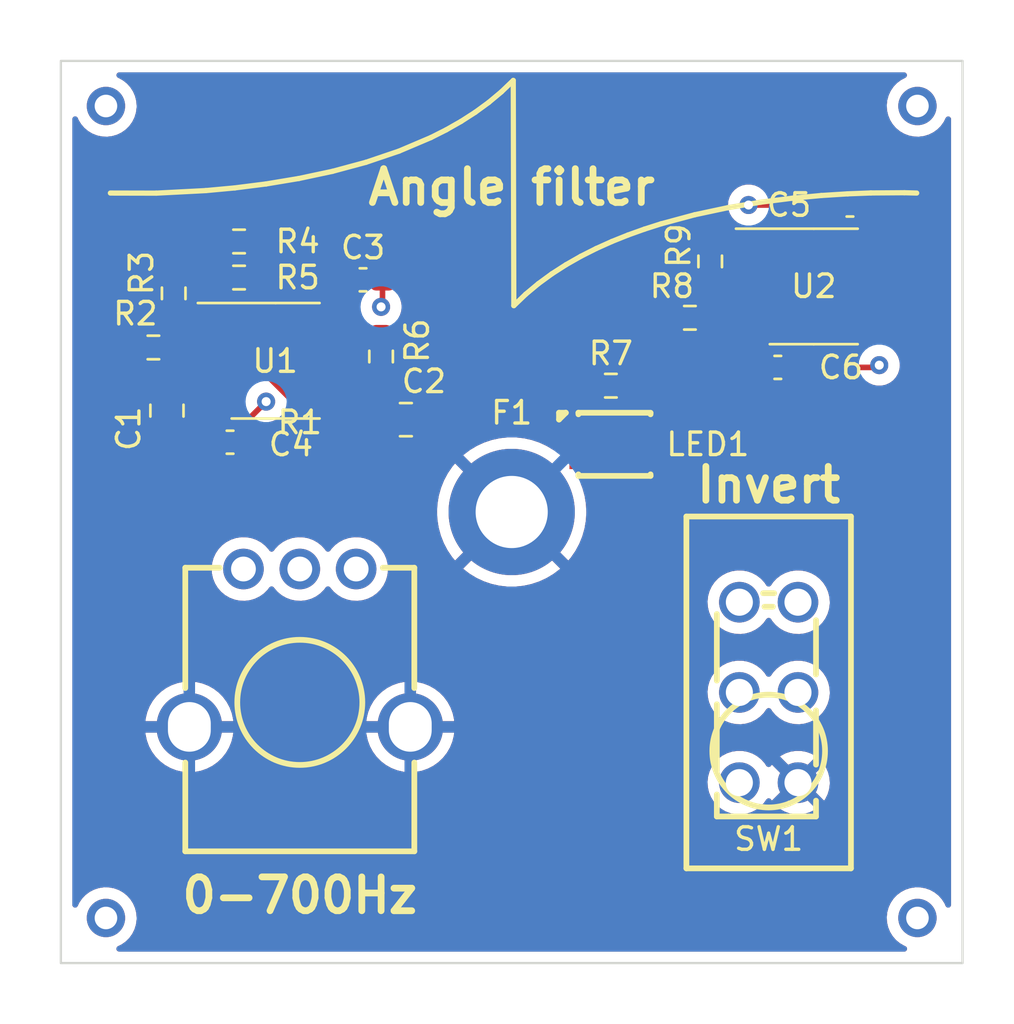
<source format=kicad_pcb>
(kicad_pcb (version 20211014) (generator pcbnew)
  (layers (0 "F.Cu" signal) (1 "In1.Cu" signal) (2 "In2.Cu" signal) (31 "B.Cu" signal) (34 "B.Paste" user) (35 "F.Paste" user) (36 "B.SilkS" user "B.Silkscreen") (37 "F.SilkS" user "F.Silkscreen") (38 "B.Mask" user) (39 "F.Mask" user) (44 "Edge.Cuts" user))
  (net 0 "")
  (net 1 "Net-(C1-Pad1)")
  (net 2 "GND")
  (net 3 "Net-(C2-Pad1)")
  (net 4 "IN")
  (net 5 "OUT")
  (net 6 "+5V")
  (net 7 "-5V")
  (net 8 "Net-(R2-Pad2)")
  (net 9 "Net-(R3-Pad2)")
  (net 10 "Net-(R4-Pad2)")
  (net 11 "AP_OUT")
  (net 12 "Net-(R7-Pad1)")
  (net 13 "Net-(LED1-Pad1)")
  (net 14 "INV_IN")
  (net 15 "Net-(R8-Pad2)")
  (net 22 "Net-(U1-Pad8)")
  (net 23 "Net-(U1-Pad4)")
  (net 24 "Net-(U2-Pad8)")
  (net 25 "Net-(U2-Pad4)")
  (footprint "Capacitor_SMD:C_0603_1608Metric_Pad1.08x0.95mm_HandSolder" (layer "F.Cu") (at 127.406 62.99 180)
    (fp_text reference "C5" (at 2.7 0) (layer "F.SilkS"))
    (fp_text value "0.1u")
    (fp_line (start -0.146267 0.51) (end 0.146267 0.51) (layer "F.SilkS") (width 0.12))
    (fp_line (start -0.146267 -0.51) (end 0.146267 -0.51) (layer "F.SilkS") (width 0.12))
    (pad "1" smd roundrect locked (at -0.8625 0 180) (size 1.075 0.95) (layers "F.Cu" "F.Paste" "F.Mask") (net 24 "Net-(U2-Pad8)"))
    (pad "2" smd roundrect locked (at 0.8625 0 180) (size 1.075 0.95) (layers "F.Cu" "F.Paste" "F.Mask") (net 6 "+5V"))
  )
  (footprint "Package_SO:SOIC-8_3.9x4.9mm_P1.27mm" (layer "F.Cu") (at 101.927 69.895)
    (fp_text reference "U1" (at -0.021 0.011) (layer "F.SilkS"))
    (fp_text value "LM833")
    (fp_line (start 0 -2.56) (end 1.95 -2.56) (layer "F.SilkS") (width 0.12))
    (fp_line (start 0 2.56) (end 1.95 2.56) (layer "F.SilkS") (width 0.12))
    (fp_line (start 0 -2.56) (end -3.45 -2.56) (layer "F.SilkS") (width 0.12))
    (fp_line (start 0 2.56) (end -1.95 2.56) (layer "F.SilkS") (width 0.12))
    (pad "1" smd roundrect locked (at -2.475 -1.905) (size 1.95 0.6) (layers "F.Cu" "F.Paste" "F.Mask") (net 9 "Net-(R3-Pad2)"))
    (pad "2" smd roundrect locked (at -2.475 -0.635) (size 1.95 0.6) (layers "F.Cu" "F.Paste" "F.Mask") (net 8 "Net-(R2-Pad2)"))
    (pad "3" smd roundrect locked (at -2.475 0.635) (size 1.95 0.6) (layers "F.Cu" "F.Paste" "F.Mask") (net 1 "Net-(C1-Pad1)"))
    (pad "4" smd roundrect locked (at -2.475 1.905) (size 1.95 0.6) (layers "F.Cu" "F.Paste" "F.Mask") (net 23 "Net-(U1-Pad4)"))
    (pad "5" smd roundrect locked (at 2.475 1.905) (size 1.95 0.6) (layers "F.Cu" "F.Paste" "F.Mask") (net 3 "Net-(C2-Pad1)"))
    (pad "6" smd roundrect locked (at 2.475 0.635) (size 1.95 0.6) (layers "F.Cu" "F.Paste" "F.Mask") (net 10 "Net-(R4-Pad2)"))
    (pad "7" smd roundrect locked (at 2.475 -0.635) (size 1.95 0.6) (layers "F.Cu" "F.Paste" "F.Mask") (net 11 "AP_OUT"))
    (pad "8" smd roundrect locked (at 2.475 -1.905) (size 1.95 0.6) (layers "F.Cu" "F.Paste" "F.Mask") (net 22 "Net-(U1-Pad8)"))
  )
  (footprint "LCSC:SW-TH_SS-22F24AT10" (layer "F.Cu") (at 123.8 84.6 90)
    (fp_text reference "SW1" (at -6.5 0) (layer "F.SilkS"))
    (fp_text value "INVERT")
    (fp_line (start -5.500014 -2.299995) (end -4.525721 -2.299995) (layer "F.SilkS") (width 0.254))
    (fp_line (start 4.399991 -0.242113) (end 4.399991 0.242113) (layer "F.SilkS") (width 0.254))
    (fp_line (start -7.80001 -3.650005) (end 7.80001 -3.650005) (layer "F.SilkS") (width 0.254))
    (fp_line (start 3.201365 2.099996) (end 0.798627 2.099996) (layer "F.SilkS") (width 0.254))
    (fp_line (start -4.798619 2.099996) (end -5.500014 2.099996) (layer "F.SilkS") (width 0.254))
    (fp_line (start -7.80001 -3.650005) (end -7.80001 3.650005) (layer "F.SilkS") (width 0.254))
    (fp_line (start -5.500014 2.099996) (end -5.500014 -2.299995) (layer "F.SilkS") (width 0.254))
    (fp_line (start 7.80001 -3.650005) (end 7.80001 3.650005) (layer "F.SilkS") (width 0.254))
    (fp_line (start -7.80001 3.650005) (end 7.80001 3.650005) (layer "F.SilkS") (width 0.254))
    (fp_line (start -0.798627 2.099996) (end -3.201365 2.099996) (layer "F.SilkS") (width 0.254))
    (fp_line (start 0.525729 -2.299995) (end 3.474263 -2.299995) (layer "F.SilkS") (width 0.254))
    (fp_line (start 3.799992 -0.186715) (end 3.799992 0.186715) (layer "F.SilkS") (width 0.254))
    (fp_line (start -3.474263 -2.299995) (end -0.525729 -2.299995) (layer "F.SilkS") (width 0.254))
    (fp_circle (center -2.599944 0) (end -2.599944 2.500122) (layer "F.SilkS") (width 0.254) (fill none))
    (pad "1" thru_hole circle (at -3.999992 -1.299972 90) (size 1.799996 1.799996) (drill 1.199998) (layers *.Cu *.Mask) (net 14 "INV_IN"))
    (pad "2" thru_hole circle (at 0 -1.299972 90) (size 1.799996 1.799996) (drill 1.199998) (layers *.Cu *.Mask) (net 11 "AP_OUT"))
    (pad "3" thru_hole circle (at 3.999992 -1.299972 90) (size 1.799996 1.799996) (drill 1.199998) (layers *.Cu *.Mask) (net 5 "OUT"))
    (pad "4" thru_hole circle (at -3.999992 1.299972 90) (size 1.799996 1.799996) (drill 1.199998) (layers *.Cu *.Mask) (net 2 "GND"))
    (pad "5" thru_hole circle (at 0 1.299972 90) (size 1.799996 1.799996) (drill 1.199998) (layers *.Cu *.Mask) (net 12 "Net-(R7-Pad1)"))
    (pad "6" thru_hole circle (at 3.999992 1.299972 90) (size 1.799996 1.799996) (drill 1.199998) (layers *.Cu *.Mask))
  )
  (footprint "Package_SO:SOIC-8_3.9x4.9mm_P1.27mm" (layer "F.Cu") (at 125.8 66.6)
    (fp_text reference "U2" (at 0 -0.01) (layer "F.SilkS"))
    (fp_text value "LM833")
    (fp_line (start 0 -2.56) (end -3.45 -2.56) (layer "F.SilkS") (width 0.12))
    (fp_line (start 0 2.56) (end -1.95 2.56) (layer "F.SilkS") (width 0.12))
    (fp_line (start 0 2.56) (end 1.95 2.56) (layer "F.SilkS") (width 0.12))
    (fp_line (start 0 -2.56) (end 1.95 -2.56) (layer "F.SilkS") (width 0.12))
    (pad "1" smd roundrect locked (at -2.475 -1.905) (size 1.95 0.6) (layers "F.Cu" "F.Paste" "F.Mask") (net 5 "OUT"))
    (pad "2" smd roundrect locked (at -2.475 -0.635) (size 1.95 0.6) (layers "F.Cu" "F.Paste" "F.Mask") (net 15 "Net-(R8-Pad2)"))
    (pad "3" smd roundrect locked (at -2.475 0.635) (size 1.95 0.6) (layers "F.Cu" "F.Paste" "F.Mask") (net 2 "GND"))
    (pad "4" smd roundrect locked (at -2.475 1.905) (size 1.95 0.6) (layers "F.Cu" "F.Paste" "F.Mask") (net 25 "Net-(U2-Pad4)"))
    (pad "5" smd roundrect locked (at 2.475 1.905) (size 1.95 0.6) (layers "F.Cu" "F.Paste" "F.Mask"))
    (pad "6" smd roundrect locked (at 2.475 0.635) (size 1.95 0.6) (layers "F.Cu" "F.Paste" "F.Mask"))
    (pad "7" smd roundrect locked (at 2.475 -0.635) (size 1.95 0.6) (layers "F.Cu" "F.Paste" "F.Mask"))
    (pad "8" smd roundrect locked (at 2.475 -1.905) (size 1.95 0.6) (layers "F.Cu" "F.Paste" "F.Mask") (net 24 "Net-(U2-Pad8)"))
  )
  (footprint "Resistor_SMD:R_0603_1608Metric_Pad0.98x0.95mm_HandSolder" (layer "F.Cu") (at 106.606 69.706 90)
    (fp_text reference "R6" (at 0.7 1.6 90) (layer "F.SilkS"))
    (fp_text value "100")
    (fp_line (start -0.254724 -0.5225) (end 0.254724 -0.5225) (layer "F.SilkS") (width 0.12))
    (fp_line (start -0.254724 0.5225) (end 0.254724 0.5225) (layer "F.SilkS") (width 0.12))
    (pad "1" smd roundrect locked (at -0.9125 0 90) (size 0.975 0.95) (layers "F.Cu" "F.Paste" "F.Mask") (net 10 "Net-(R4-Pad2)"))
    (pad "2" smd roundrect locked (at 0.9125 0 90) (size 0.975 0.95) (layers "F.Cu" "F.Paste" "F.Mask") (net 11 "AP_OUT"))
  )
  (footprint "Capacitor_SMD:C_0805_2012Metric_Pad1.18x1.45mm_HandSolder" (layer "F.Cu") (at 107.706 72.506)
    (fp_text reference "C2" (at 0.8 -1.7) (layer "F.SilkS"))
    (fp_text value "4.7u")
    (fp_line (start -0.261252 0.735) (end 0.261252 0.735) (layer "F.SilkS") (width 0.12))
    (fp_line (start -0.261252 -0.735) (end 0.261252 -0.735) (layer "F.SilkS") (width 0.12))
    (pad "1" smd roundrect locked (at -1.0375 0) (size 1.175 1.45) (layers "F.Cu" "F.Paste" "F.Mask") (roundrect_rratio 0.212766) (net 3 "Net-(C2-Pad1)"))
    (pad "2" smd roundrect locked (at 1.0375 0) (size 1.175 1.45) (layers "F.Cu" "F.Paste" "F.Mask") (roundrect_rratio 0.212766) (net 2 "GND"))
  )
  (footprint "LCSC:LED-SMD_L3.5-W2.8-R-FD_TJ-S2835UG5W8TLC2R-A5" (layer "F.Cu") (at 117.2 73.6)
    (fp_text reference "LED1" (at 3.89999 0.000008) (layer "F.SilkS"))
    (fp_text value "INVERT_INDICATOR")
    (fp_line (start 1.359992 1.399997) (end 1.359992 1.331036) (layer "F.SilkS") (width 0.254))
    (fp_line (start 1.359992 -1.399997) (end -1.840001 -1.399997) (layer "F.SilkS") (width 0.254))
    (fp_line (start 1.359992 -1.331239) (end 1.359992 -1.38999) (layer "F.SilkS") (width 0.254))
    (fp_line (start -2.399995 -1.399997) (end -2.400021 -1.399997) (layer "F.SilkS") (width 0.254))
    (fp_line (start -2.399995 -1.399997) (end -2.70002 -1.399997) (layer "F.SilkS") (width 0.254))
    (fp_line (start -2.400021 -1.399997) (end -2.699995 -1.100023) (layer "F.SilkS") (width 0.254))
    (fp_line (start -2.70002 -1.399997) (end -2.70002 -1.100023) (layer "F.SilkS") (width 0.254))
    (fp_line (start -1.840001 1.399997) (end 1.359992 1.399997) (layer "F.SilkS") (width 0.254))
    (fp_line (start -1.840001 -1.399997) (end -1.840001 -1.331239) (layer "F.SilkS") (width 0.254))
    (fp_line (start -1.840001 1.331036) (end -1.840001 1.399997) (layer "F.SilkS") (width 0.254))
    (pad "1" smd rect (at 1.137539 0 180) (size 1.25001 2.199996) (layers "F.Cu" "F.Paste" "F.Mask") (net 13 "Net-(LED1-Pad1)"))
    (pad "2" smd rect (at -1.137539 0 180) (size 2.199996 2.199996) (layers "F.Cu" "F.Paste" "F.Mask"))
  )
  (footprint "Capacitor_SMD:C_0603_1608Metric_Pad1.08x0.95mm_HandSolder" (layer "F.Cu") (at 99.906 73.506)
    (fp_text reference "C4" (at 2.7 0.1) (layer "F.SilkS"))
    (fp_text value "0.1u")
    (fp_line (start -0.146267 -0.51) (end 0.146267 -0.51) (layer "F.SilkS") (width 0.12))
    (fp_line (start -0.146267 0.51) (end 0.146267 0.51) (layer "F.SilkS") (width 0.12))
    (pad "1" smd roundrect locked (at -0.8625 0) (size 1.075 0.95) (layers "F.Cu" "F.Paste" "F.Mask") (net 23 "Net-(U1-Pad4)"))
    (pad "2" smd roundrect locked (at 0.8625 0) (size 1.075 0.95) (layers "F.Cu" "F.Paste" "F.Mask") (net 7 "-5V"))
  )
  (footprint "Capacitor_SMD:C_0805_2012Metric_Pad1.18x1.45mm_HandSolder" (layer "F.Cu") (at 97.106 72.106 -90)
    (fp_text reference "C1" (at 0.8 1.7 90) (layer "F.SilkS"))
    (fp_text value "4.7u")
    (fp_line (start -0.261252 -0.735) (end 0.261252 -0.735) (layer "F.SilkS") (width 0.12))
    (fp_line (start -0.261252 0.735) (end 0.261252 0.735) (layer "F.SilkS") (width 0.12))
    (pad "1" smd roundrect locked (at -1.0375 0 270) (size 1.175 1.45) (layers "F.Cu" "F.Paste" "F.Mask") (roundrect_rratio 0.212766) (net 1 "Net-(C1-Pad1)"))
    (pad "2" smd roundrect locked (at 1.0375 0 270) (size 1.175 1.45) (layers "F.Cu" "F.Paste" "F.Mask") (roundrect_rratio 0.212766) (net 2 "GND"))
  )
  (footprint "Resistor_SMD:R_0603_1608Metric_Pad0.98x0.95mm_HandSolder" (layer "F.Cu") (at 100.306 64.606)
    (fp_text reference "R4" (at 2.6 0) (layer "F.SilkS"))
    (fp_text value "100")
    (fp_line (start -0.254724 -0.5225) (end 0.254724 -0.5225) (layer "F.SilkS") (width 0.12))
    (fp_line (start -0.254724 0.5225) (end 0.254724 0.5225) (layer "F.SilkS") (width 0.12))
    (pad "1" smd roundrect locked (at -0.9125 0) (size 0.975 0.95) (layers "F.Cu" "F.Paste" "F.Mask") (net 9 "Net-(R3-Pad2)"))
    (pad "2" smd roundrect locked (at 0.9125 0) (size 0.975 0.95) (layers "F.Cu" "F.Paste" "F.Mask") (net 10 "Net-(R4-Pad2)"))
  )
  (footprint "Resistor_SMD:R_0603_1608Metric_Pad0.98x0.95mm_HandSolder" (layer "F.Cu") (at 116.8 71)
    (fp_text reference "R7" (at 0 -1.43) (layer "F.SilkS"))
    (fp_text value "220")
    (fp_line (start -0.254724 -0.5225) (end 0.254724 -0.5225) (layer "F.SilkS") (width 0.12))
    (fp_line (start -0.254724 0.5225) (end 0.254724 0.5225) (layer "F.SilkS") (width 0.12))
    (pad "1" smd roundrect locked (at -0.9125 0) (size 0.975 0.95) (layers "F.Cu" "F.Paste" "F.Mask") (net 12 "Net-(R7-Pad1)"))
    (pad "2" smd roundrect locked (at 0.9125 0) (size 0.975 0.95) (layers "F.Cu" "F.Paste" "F.Mask") (net 13 "Net-(LED1-Pad1)"))
  )
  (footprint "Capacitor_SMD:C_0603_1608Metric_Pad1.08x0.95mm_HandSolder" (layer "F.Cu") (at 105.806 66.306)
    (fp_text reference "C3" (at 0 -1.43) (layer "F.SilkS"))
    (fp_text value "0.1u")
    (fp_line (start -0.146267 -0.51) (end 0.146267 -0.51) (layer "F.SilkS") (width 0.12))
    (fp_line (start -0.146267 0.51) (end 0.146267 0.51) (layer "F.SilkS") (width 0.12))
    (pad "1" smd roundrect locked (at -0.8625 0) (size 1.075 0.95) (layers "F.Cu" "F.Paste" "F.Mask") (net 22 "Net-(U1-Pad8)"))
    (pad "2" smd roundrect locked (at 0.8625 0) (size 1.075 0.95) (layers "F.Cu" "F.Paste" "F.Mask") (net 6 "+5V"))
  )
  (footprint "Resistor_SMD:R_0603_1608Metric_Pad0.98x0.95mm_HandSolder" (layer "F.Cu") (at 97.406 66.906 90)
    (fp_text reference "R3" (at 0.9 -1.43 90) (layer "F.SilkS"))
    (fp_text value "100")
    (fp_line (start -0.254724 0.5225) (end 0.254724 0.5225) (layer "F.SilkS") (width 0.12))
    (fp_line (start -0.254724 -0.5225) (end 0.254724 -0.5225) (layer "F.SilkS") (width 0.12))
    (pad "1" smd roundrect locked (at -0.9125 0 90) (size 0.975 0.95) (layers "F.Cu" "F.Paste" "F.Mask") (net 8 "Net-(R2-Pad2)"))
    (pad "2" smd roundrect locked (at 0.9125 0 90) (size 0.975 0.95) (layers "F.Cu" "F.Paste" "F.Mask") (net 9 "Net-(R3-Pad2)"))
  )
  (footprint "LCSC:RES-ADJ-TH_RK09K1130AJ3" (layer "F.Cu") (at 103 82.627996 180)
    (fp_text reference "R1" (at 0 10) (layer "F.SilkS"))
    (fp_text value "5k")
    (fp_line (start -5.080127 -9.017) (end 5.079873 -9.017) (layer "F.SilkS") (width 0.254))
    (fp_line (start 3.555873 3.556) (end 5.079873 3.556) (layer "F.SilkS") (width 0.254))
    (fp_line (start -5.080127 -1.778) (end -5.080127 3.556) (layer "F.SilkS") (width 0.254))
    (fp_line (start -5.080127 3.556) (end -3.683127 3.556) (layer "F.SilkS") (width 0.254))
    (fp_line (start 5.079873 -9.017) (end 5.079873 -5.08) (layer "F.SilkS") (width 0.254))
    (fp_line (start -5.080127 -5.08) (end -5.080127 -9.017) (layer "F.SilkS") (width 0.254))
    (fp_line (start 5.079873 3.556) (end 5.079873 -1.778) (layer "F.SilkS") (width 0.254))
    (fp_circle (center 0 -2.413127) (end 0 0.360553) (layer "F.SilkS") (width 0.254) (fill none))
    (pad "1" thru_hole circle (at -2.500122 3.499993 180) (size 1.799996 1.799996) (drill 1.100023) (layers *.Cu *.Mask))
    (pad "2" thru_hole circle (at 0 3.499993 180) (size 1.799996 1.799996) (drill 1.100023) (layers *.Cu *.Mask) (net 4 "IN"))
    (pad "3" thru_hole circle (at 2.499868 3.499993 180) (size 1.799996 1.799996) (drill 1.100023) (layers *.Cu *.Mask) (net 1 "Net-(C1-Pad1)"))
    (pad "4" thru_hole oval (at -4.899914 -3.499993 180) (size 2.899994 2.999994) (drill oval 1.900022 2.200021) (layers *.Cu *.Mask) (net 2 "GND"))
    (pad "5" thru_hole oval (at 4.899914 -3.499993 180) (size 2.899994 2.999994) (drill oval 1.900022 2.200021) (layers *.Cu *.Mask) (net 2 "GND"))
  )
  (footprint "Resistor_SMD:R_0603_1608Metric_Pad0.98x0.95mm_HandSolder" (layer "F.Cu") (at 96.506 69.306)
    (fp_text reference "R2" (at -0.8 -1.5) (layer "F.SilkS"))
    (fp_text value "100")
    (fp_line (start -0.254724 -0.5225) (end 0.254724 -0.5225) (layer "F.SilkS") (width 0.12))
    (fp_line (start -0.254724 0.5225) (end 0.254724 0.5225) (layer "F.SilkS") (width 0.12))
    (pad "1" smd roundrect locked (at -0.9125 0) (size 0.975 0.95) (layers "F.Cu" "F.Paste" "F.Mask") (net 4 "IN"))
    (pad "2" smd roundrect locked (at 0.9125 0) (size 0.975 0.95) (layers "F.Cu" "F.Paste" "F.Mask") (net 8 "Net-(R2-Pad2)"))
  )
  (footprint "Resistor_SMD:R_0603_1608Metric_Pad0.98x0.95mm_HandSolder" (layer "F.Cu") (at 100.306 66.206)
    (fp_text reference "R5" (at 2.6 0) (layer "F.SilkS"))
    (fp_text value "2.2k")
    (fp_line (start -0.254724 0.5225) (end 0.254724 0.5225) (layer "F.SilkS") (width 0.12))
    (fp_line (start -0.254724 -0.5225) (end 0.254724 -0.5225) (layer "F.SilkS") (width 0.12))
    (pad "1" smd roundrect locked (at -0.9125 0) (size 0.975 0.95) (layers "F.Cu" "F.Paste" "F.Mask") (net 9 "Net-(R3-Pad2)"))
    (pad "2" smd roundrect locked (at 0.9125 0) (size 0.975 0.95) (layers "F.Cu" "F.Paste" "F.Mask") (net 3 "Net-(C2-Pad1)"))
  )
  (footprint "Resistor_SMD:R_0603_1608Metric_Pad0.98x0.95mm_HandSolder" (layer "F.Cu") (at 120.306 67.99)
    (fp_text reference "R8" (at -0.8 -1.4) (layer "F.SilkS"))
    (fp_text value "100")
    (fp_line (start -0.254724 -0.5225) (end 0.254724 -0.5225) (layer "F.SilkS") (width 0.12))
    (fp_line (start -0.254724 0.5225) (end 0.254724 0.5225) (layer "F.SilkS") (width 0.12))
    (pad "1" smd roundrect locked (at -0.9125 0) (size 0.975 0.95) (layers "F.Cu" "F.Paste" "F.Mask") (net 14 "INV_IN"))
    (pad "2" smd roundrect locked (at 0.9125 0) (size 0.975 0.95) (layers "F.Cu" "F.Paste" "F.Mask") (net 15 "Net-(R8-Pad2)"))
  )
  (footprint "Molteno_Filter:Molteno_Filter_Clean" (layer "F.Cu") (at 112.4 76.6)
    (fp_text reference "F1" (at 0 -4.4 unlocked) (layer "F.SilkS"))
    (fp_text value "Molteno_Filter")
    (pad "1" thru_hole circle (at -18 -18) (size 1.7 1.7) (drill 1) (layers *.Cu *.Mask) (net 4 "IN"))
    (pad "2" thru_hole circle (at 18 -18) (size 1.7 1.7) (drill 1) (layers *.Cu *.Mask) (net 5 "OUT"))
    (pad "3" thru_hole circle (at -18 18) (size 1.7 1.7) (drill 1) (layers *.Cu *.Mask) (net 6 "+5V"))
    (pad "4" thru_hole circle (at 18 18) (size 1.7 1.7) (drill 1) (layers *.Cu *.Mask) (net 7 "-5V"))
    (pad "5" thru_hole circle (at 0 0) (size 5.6 5.6) (drill 3.2) (layers *.Cu *.Mask) (net 2 "GND"))
  )
  (footprint "Resistor_SMD:R_0603_1608Metric_Pad0.98x0.95mm_HandSolder" (layer "F.Cu") (at 121.206 65.49 90)
    (fp_text reference "R9" (at 0.7 -1.4 90) (layer "F.SilkS"))
    (fp_text value "100")
    (fp_line (start -0.254724 0.5225) (end 0.254724 0.5225) (layer "F.SilkS") (width 0.12))
    (fp_line (start -0.254724 -0.5225) (end 0.254724 -0.5225) (layer "F.SilkS") (width 0.12))
    (pad "1" smd roundrect locked (at -0.9125 0 90) (size 0.975 0.95) (layers "F.Cu" "F.Paste" "F.Mask") (net 15 "Net-(R8-Pad2)"))
    (pad "2" smd roundrect locked (at 0.9125 0 90) (size 0.975 0.95) (layers "F.Cu" "F.Paste" "F.Mask") (net 5 "OUT"))
  )
  (footprint "Capacitor_SMD:C_0603_1608Metric_Pad1.08x0.95mm_HandSolder" (layer "F.Cu") (at 124.206 70.19)
    (fp_text reference "C6" (at 2.8 0) (layer "F.SilkS"))
    (fp_text value "0.1u")
    (fp_line (start -0.146267 -0.51) (end 0.146267 -0.51) (layer "F.SilkS") (width 0.12))
    (fp_line (start -0.146267 0.51) (end 0.146267 0.51) (layer "F.SilkS") (width 0.12))
    (pad "1" smd roundrect locked (at -0.8625 0) (size 1.075 0.95) (layers "F.Cu" "F.Paste" "F.Mask") (net 25 "Net-(U2-Pad4)"))
    (pad "2" smd roundrect locked (at 0.8625 0) (size 1.075 0.95) (layers "F.Cu" "F.Paste" "F.Mask") (net 7 "-5V"))
  )
  (gr_line (start 110.152138 59.282831) (end 109.495876 59.655783) (layer "F.SilkS") (width 0.231395))
  (gr_line (start 114.811526 65.635794) (end 114.182413 66.039912) (layer "F.SilkS") (width 0.231395))
  (gr_line (start 96.630353 62.463579) (end 94.596745 62.459312) (layer "F.SilkS") (width 0.231395))
  (gr_line (start 98.828661 62.350306) (end 96.630353 62.463579) (layer "F.SilkS") (width 0.231395))
  (gr_line (start 120.521044 63.421039) (end 119.031019 63.822327) (layer "F.SilkS") (width 0.231395))
  (gr_line (start 111.379636 58.442194) (end 110.781252 58.878713) (layer "F.SilkS") (width 0.231395))
  (gr_line (start 112.469899 57.46701) (end 112.493767 67.451614) (layer "F.SilkS") (width 0.231395))
  (gr_line (start 122.005096 63.104878) (end 120.521044 63.421039) (layer "F.SilkS") (width 0.231395))
  (gr_line (start 127.308746 62.493829) (end 126.135001 62.56832) (layer "F.SilkS") (width 0.231395))
  (gr_line (start 119.031019 63.822327) (end 118.292717 64.057983) (layer "F.SilkS") (width 0.231395))
  (gr_line (start 129.820326 62.445067) (end 128.33331 62.455046) (layer "F.SilkS") (width 0.231395))
  (gr_line (start 116.847437 64.605494) (end 116.147618 64.919821) (layer "F.SilkS") (width 0.231395))
  (gr_line (start 117.563663 64.318627) (end 116.847437 64.605494) (layer "F.SilkS") (width 0.231395))
  (gr_line (start 108.816046 59.998805) (end 107.4 60.6) (layer "F.SilkS") (width 0.231395))
  (gr_line (start 104.442619 61.497588) (end 102.958566 61.813749) (layer "F.SilkS") (width 0.231395))
  (gr_line (start 100.122946 62.230224) (end 98.828661 62.350306) (layer "F.SilkS") (width 0.231395))
  (gr_line (start 114.182413 66.039912) (end 113.584029 66.476431) (layer "F.SilkS") (width 0.231395))
  (gr_line (start 116.147618 64.919821) (end 115.467788 65.262843) (layer "F.SilkS") (width 0.231395))
  (gr_line (start 113.584029 66.476431) (end 113.019953 66.946586) (layer "F.SilkS") (width 0.231395))
  (gr_line (start 109.495876 59.655783) (end 108.816046 59.998805) (layer "F.SilkS") (width 0.231395))
  (gr_line (start 128.33331 62.455046) (end 127.308746 62.493829) (layer "F.SilkS") (width 0.231395))
  (gr_line (start 113.019953 66.946586) (end 112.493767 67.451614) (layer "F.SilkS") (width 0.231395))
  (gr_line (start 101.509128 62.054666) (end 100.122946 62.230224) (layer "F.SilkS") (width 0.231395))
  (gr_line (start 126.135001 62.56832) (end 124.840717 62.688402) (layer "F.SilkS") (width 0.231395))
  (gr_line (start 124.840717 62.688402) (end 123.454534 62.86396) (layer "F.SilkS") (width 0.231395))
  (gr_line (start 102.958566 61.813749) (end 101.509128 62.054666) (layer "F.SilkS") (width 0.231395))
  (gr_line (start 107.4 60.6) (end 105.932644 61.0963) (layer "F.SilkS") (width 0.231395))
  (gr_line (start 105.932644 61.0963) (end 104.442619 61.497588) (layer "F.SilkS") (width 0.231395))
  (gr_line (start 115.467788 65.262843) (end 114.811526 65.635794) (layer "F.SilkS") (width 0.231395))
  (gr_line (start 123.454534 62.86396) (end 122.005096 63.104878) (layer "F.SilkS") (width 0.231395))
  (gr_line (start 112.469899 57.46701) (end 111.943712 57.972038) (layer "F.SilkS") (width 0.231395))
  (gr_line (start 130.366917 62.459312) (end 129.820326 62.445067) (layer "F.SilkS") (width 0.231395))
  (gr_line (start 118.292717 64.057983) (end 117.563663 64.318627) (layer "F.SilkS") (width 0.231395))
  (gr_line (start 110.781252 58.878713) (end 110.152138 59.282831) (layer "F.SilkS") (width 0.231395))
  (gr_line (start 111.943712 57.972038) (end 111.379636 58.442194) (layer "F.SilkS") (width 0.231395))
  (gr_rect (start 132.4 96.6) (end 92.4 56.6) (layer "Edge.Cuts") (width 0.1) (fill none))
  (gr_text "Angle filter" (at 112.4 62.2) (layer "F.SilkS") (effects (font (size 1.5 1.5) (thickness 0.3))))
  (gr_text "0-700Hz" (at 103 93.6) (layer "F.SilkS") (effects (font (size 1.5 1.5) (thickness 0.3))))
  (gr_text "Invert\n" (at 123.8 75.4) (layer "F.SilkS") (effects (font (size 1.5 1.5) (thickness 0.3))))
  (segment (start 97.106 71.0685) (end 97.545 71.0685) (width 0.25) (layer "F.Cu") (net 1))
  (segment (start 98.0835 70.53) (end 99.452 70.53) (width 0.25) (layer "F.Cu") (net 1))
  (segment (start 97.545 71.0685) (end 98.0835 70.53) (width 0.25) (layer "F.Cu") (net 1))
  (segment (start 106.6685 72.506) (end 105.108 72.506) (width 0.25) (layer "F.Cu") (net 3))
  (segment (start 101.2185 66.206) (end 101.2185 70.2185) (width 0.25) (layer "F.Cu") (net 3))
  (segment (start 102.8 71.8) (end 104.402 71.8) (width 0.25) (layer "F.Cu") (net 3))
  (segment (start 105.108 72.506) (end 104.402 71.8) (width 0.25) (layer "F.Cu") (net 3))
  (segment (start 101.2185 70.2185) (end 102.8 71.8) (width 0.25) (layer "F.Cu") (net 3))
  (segment (start 123.325 64.695) (end 121.3235 64.695) (width 0.25) (layer "F.Cu") (net 5))
  (segment (start 121.3235 64.695) (end 121.206 64.5775) (width 0.25) (layer "F.Cu") (net 5))
  (segment (start 106.6685 66.306) (end 106.6685 67.4435) (width 0.25) (layer "F.Cu") (net 6))
  (segment (start 126.5435 62.99) (end 122.906 62.99) (width 0.25) (layer "F.Cu") (net 6))
  (segment (start 106.6685 67.4435) (end 106.606 67.506) (width 0.25) (layer "F.Cu") (net 6))
  (via (at 106.606 67.506) (size 0.8) (drill 0.4) (layers "F.Cu" "B.Cu") (net 6))
  (via (at 122.906 62.99) (size 0.8) (drill 0.4) (layers "F.Cu" "B.Cu") (net 6))
  (segment (start 128.606 70.19) (end 128.706 70.09) (width 0.25) (layer "F.Cu") (net 7))
  (segment (start 125.0685 70.19) (end 128.606 70.19) (width 0.25) (layer "F.Cu") (net 7))
  (segment (start 100.7685 72.4435) (end 101.506 71.706) (width 0.25) (layer "F.Cu") (net 7))
  (segment (start 100.7685 73.506) (end 100.7685 72.4435) (width 0.25) (layer "F.Cu") (net 7))
  (via (at 101.506 71.706) (size 0.8) (drill 0.4) (layers "F.Cu" "B.Cu") (net 7))
  (via (at 128.706 70.09) (size 0.8) (drill 0.4) (layers "F.Cu" "B.Cu") (net 7))
  (segment (start 97.4185 67.831) (end 97.406 67.8185) (width 0.25) (layer "F.Cu") (net 8))
  (segment (start 99.452 69.26) (end 97.4645 69.26) (width 0.25) (layer "F.Cu") (net 8))
  (segment (start 97.4645 69.26) (end 97.4185 69.306) (width 0.25) (layer "F.Cu") (net 8))
  (segment (start 97.4185 69.306) (end 97.4185 67.831) (width 0.25) (layer "F.Cu") (net 8))
  (segment (start 97.406 65.9935) (end 99.181 65.9935) (width 0.25) (layer "F.Cu") (net 9))
  (segment (start 99.3935 66.206) (end 99.3935 64.606) (width 0.25) (layer "F.Cu") (net 9))
  (segment (start 99.452 66.2645) (end 99.3935 66.206) (width 0.25) (layer "F.Cu") (net 9))
  (segment (start 99.181 65.9935) (end 99.3935 66.206) (width 0.25) (layer "F.Cu") (net 9))
  (segment (start 99.452 67.99) (end 99.452 66.2645) (width 0.25) (layer "F.Cu") (net 9))
  (segment (start 102.406 69.606) (end 103.33 70.53) (width 0.25) (layer "F.Cu") (net 10))
  (segment (start 102.406 65.206) (end 102.406 69.606) (width 0.25) (layer "F.Cu") (net 10))
  (segment (start 106.5175 70.53) (end 106.606 70.6185) (width 0.25) (layer "F.Cu") (net 10))
  (segment (start 101.806 64.606) (end 102.406 65.206) (width 0.25) (layer "F.Cu") (net 10))
  (segment (start 103.33 70.53) (end 104.402 70.53) (width 0.25) (layer "F.Cu") (net 10))
  (segment (start 104.402 70.53) (end 106.5175 70.53) (width 0.25) (layer "F.Cu") (net 10))
  (segment (start 101.2185 64.606) (end 101.806 64.606) (width 0.25) (layer "F.Cu") (net 10))
  (segment (start 104.402 69.26) (end 106.1395 69.26) (width 0.25) (layer "F.Cu") (net 11))
  (segment (start 106.1395 69.26) (end 106.606 68.7935) (width 0.25) (layer "F.Cu") (net 11))
  (segment (start 121.206 66.39) (end 121.631 65.965) (width 0.25) (layer "F.Cu") (net 15))
  (segment (start 121.2185 67.99) (end 121.2185 66.415) (width 0.25) (layer "F.Cu") (net 15))
  (segment (start 121.2185 66.415) (end 121.206 66.4025) (width 0.25) (layer "F.Cu") (net 15))
  (segment (start 121.206 66.4025) (end 121.206 66.39) (width 0.25) (layer "F.Cu") (net 15))
  (segment (start 121.631 65.965) (end 123.325 65.965) (width 0.25) (layer "F.Cu") (net 15))
  (segment (start 104.402 67.99) (end 104.402 66.8475) (width 0.25) (layer "F.Cu") (net 22))
  (segment (start 104.402 66.8475) (end 104.9435 66.306) (width 0.25) (layer "F.Cu") (net 22))
  (segment (start 99.0435 72.2085) (end 99.452 71.8) (width 0.25) (layer "F.Cu") (net 23))
  (segment (start 99.0435 73.506) (end 99.0435 72.2085) (width 0.25) (layer "F.Cu") (net 23))
  (segment (start 128.275 62.9965) (end 128.2685 62.99) (width 0.25) (layer "F.Cu") (net 24))
  (segment (start 128.275 64.695) (end 128.275 62.9965) (width 0.25) (layer "F.Cu") (net 24))
  (segment (start 123.3435 70.19) (end 123.3435 68.5235) (width 0.25) (layer "F.Cu") (net 25))
  (segment (start 123.3435 68.5235) (end 123.325 68.505) (width 0.25) (layer "F.Cu") (net 25))
  (zone (net 2) (net_name "GND") (layers F&B.Cu) (name "GND") (connect_pads (clearance 0.508)) (min_thickness 0.254) (fill yes (thermal_gap 0.508) (thermal_bridge_width 0.508))
    (polygon (pts (xy 134.7 99.2) (xy 89.8 99.3) (xy 90 54.1) (xy 134.4 54.1)))
  )
)
</source>
